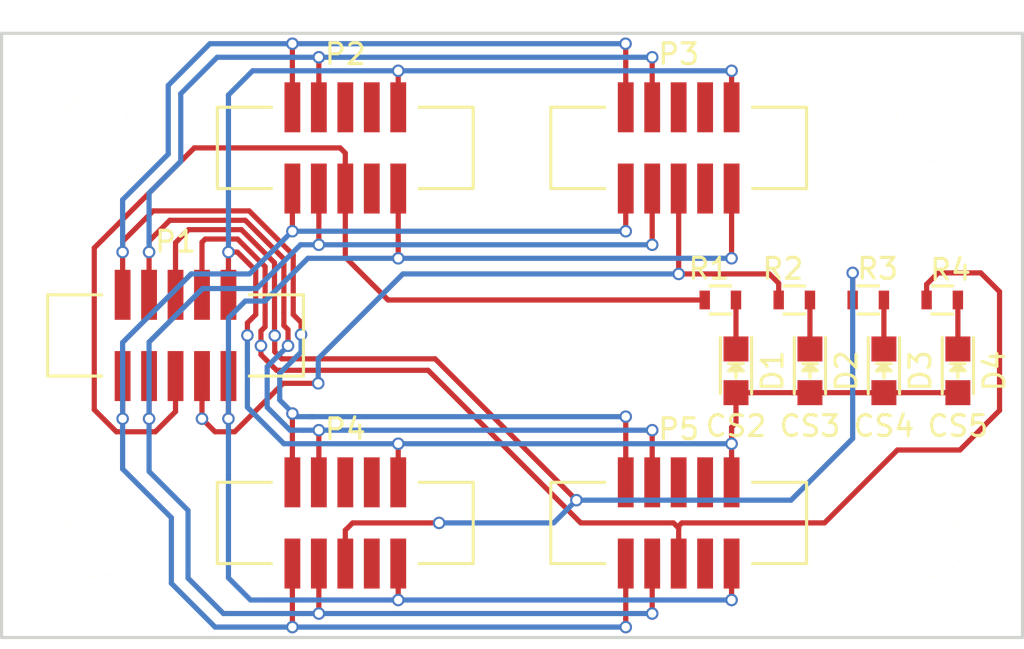
<source format=kicad_pcb>
(kicad_pcb (version 4) (host pcbnew 4.0.2-stable)

  (general
    (links 40)
    (no_connects 0)
    (area 123.424999 83.625 172.575001 115.175)
    (thickness 1.6)
    (drawings 8)
    (tracks 250)
    (zones 0)
    (modules 17)
    (nets 27)
  )

  (page A4)
  (title_block
    (title "SBV2-EB: Extension Board Name (File-> Page Settings)")
    (rev 1.0)
    (company Smoothieware.org)
  )

  (layers
    (0 F.Cu signal)
    (31 B.Cu signal)
    (32 B.Adhes user)
    (33 F.Adhes user)
    (34 B.Paste user)
    (35 F.Paste user)
    (36 B.SilkS user)
    (37 F.SilkS user)
    (38 B.Mask user)
    (39 F.Mask user)
    (40 Dwgs.User user)
    (41 Cmts.User user)
    (42 Eco1.User user)
    (43 Eco2.User user)
    (44 Edge.Cuts user)
    (45 Margin user)
    (46 B.CrtYd user)
    (47 F.CrtYd user)
    (48 B.Fab user)
    (49 F.Fab user)
  )

  (setup
    (last_trace_width 0.25)
    (trace_clearance 0.2)
    (zone_clearance 0.508)
    (zone_45_only no)
    (trace_min 0.2)
    (segment_width 0.2)
    (edge_width 0.15)
    (via_size 0.6)
    (via_drill 0.4)
    (via_min_size 0.4)
    (via_min_drill 0.3)
    (uvia_size 0.3)
    (uvia_drill 0.1)
    (uvias_allowed no)
    (uvia_min_size 0.2)
    (uvia_min_drill 0.1)
    (pcb_text_width 0.3)
    (pcb_text_size 1.5 1.5)
    (mod_edge_width 0.15)
    (mod_text_size 1 1)
    (mod_text_width 0.15)
    (pad_size 1.19888 1.19888)
    (pad_drill 0)
    (pad_to_mask_clearance 0.2)
    (aux_axis_origin 135 115)
    (visible_elements 7FFFFF7F)
    (pcbplotparams
      (layerselection 0x010f0_80000001)
      (usegerberextensions true)
      (excludeedgelayer true)
      (linewidth 0.100000)
      (plotframeref false)
      (viasonmask false)
      (mode 1)
      (useauxorigin true)
      (hpglpennumber 1)
      (hpglpenspeed 20)
      (hpglpendiameter 15)
      (hpglpenoverlay 2)
      (psnegative false)
      (psa4output false)
      (plotreference true)
      (plotvalue true)
      (plotinvisibletext false)
      (padsonsilk false)
      (subtractmaskfromsilk false)
      (outputformat 1)
      (mirror false)
      (drillshape 0)
      (scaleselection 1)
      (outputdirectory Gerbers/))
  )

  (net 0 "")
  (net 1 +3V3)
  (net 2 +5V)
  (net 3 /CS3)
  (net 4 /CS2)
  (net 5 /MOSI)
  (net 6 /MISO)
  (net 7 /SCK)
  (net 8 GND)
  (net 9 "Net-(P2-Pad3)")
  (net 10 "Net-(P2-Pad4)")
  (net 11 "Net-(P2-Pad5)")
  (net 12 "Net-(P3-Pad3)")
  (net 13 "Net-(P3-Pad4)")
  (net 14 "Net-(P3-Pad5)")
  (net 15 "Net-(P4-Pad3)")
  (net 16 "Net-(P4-Pad4)")
  (net 17 "Net-(P4-Pad5)")
  (net 18 "Net-(P5-Pad3)")
  (net 19 "Net-(P5-Pad4)")
  (net 20 "Net-(P5-Pad5)")
  (net 21 /CS4)
  (net 22 /CS5)
  (net 23 "Net-(D1-Pad1)")
  (net 24 "Net-(D2-Pad1)")
  (net 25 "Net-(D3-Pad1)")
  (net 26 "Net-(D4-Pad1)")

  (net_class Default "This is the default net class."
    (clearance 0.2)
    (trace_width 0.25)
    (via_dia 0.6)
    (via_drill 0.4)
    (uvia_dia 0.3)
    (uvia_drill 0.1)
    (add_net +3V3)
    (add_net +5V)
    (add_net /CS2)
    (add_net /CS3)
    (add_net /CS4)
    (add_net /CS5)
    (add_net /MISO)
    (add_net /MOSI)
    (add_net /SCK)
    (add_net GND)
    (add_net "Net-(D1-Pad1)")
    (add_net "Net-(D2-Pad1)")
    (add_net "Net-(D3-Pad1)")
    (add_net "Net-(D4-Pad1)")
    (add_net "Net-(P2-Pad3)")
    (add_net "Net-(P2-Pad4)")
    (add_net "Net-(P2-Pad5)")
    (add_net "Net-(P3-Pad3)")
    (add_net "Net-(P3-Pad4)")
    (add_net "Net-(P3-Pad5)")
    (add_net "Net-(P4-Pad3)")
    (add_net "Net-(P4-Pad4)")
    (add_net "Net-(P4-Pad5)")
    (add_net "Net-(P5-Pad3)")
    (add_net "Net-(P5-Pad4)")
    (add_net "Net-(P5-Pad5)")
  )

  (module Gadgeteer:Gadgeteer_Socket (layer F.Cu) (tedit 5755B3A7) (tstamp 5746A582)
    (at 131.85112 100 270)
    (path /5742BF24)
    (fp_text reference P1 (at -4.5 0 360) (layer F.SilkS)
      (effects (font (size 1 1) (thickness 0.15)))
    )
    (fp_text value Smoothie-teer-S (at -6.25 0 360) (layer F.Fab)
      (effects (font (size 1 1) (thickness 0.15)))
    )
    (fp_line (start 1.95182 6.14112) (end 1.95182 3.54112) (layer F.SilkS) (width 0.15))
    (fp_line (start -1.94818 6.14112) (end 1.95182 6.14112) (layer F.SilkS) (width 0.15))
    (fp_line (start -1.94818 3.54112) (end -1.94818 6.14112) (layer F.SilkS) (width 0.15))
    (fp_line (start 1.95182 -6.13888) (end 1.95182 -3.53888) (layer F.SilkS) (width 0.15))
    (fp_line (start -1.94818 -6.13888) (end 1.95182 -6.13888) (layer F.SilkS) (width 0.15))
    (fp_line (start -1.94818 -3.53888) (end -1.94818 -6.13888) (layer F.SilkS) (width 0.15))
    (pad 1 smd rect (at -1.94818 -2.53888 270) (size 2.4 0.76) (layers F.Cu F.Paste F.Mask)
      (net 1 +3V3))
    (pad 2 smd rect (at 1.95182 -2.53888 270) (size 2.4 0.76) (layers F.Cu F.Paste F.Mask)
      (net 2 +5V))
    (pad 3 smd rect (at -1.94818 -1.26888 270) (size 2.4 0.76) (layers F.Cu F.Paste F.Mask)
      (net 22 /CS5))
    (pad 4 smd rect (at 1.95182 -1.26888 270) (size 2.4 0.76) (layers F.Cu F.Paste F.Mask)
      (net 3 /CS3))
    (pad 5 smd rect (at -1.94818 0.00112 270) (size 2.4 0.76) (layers F.Cu F.Paste F.Mask)
      (net 21 /CS4))
    (pad 6 smd rect (at 1.95182 0.00112 270) (size 2.4 0.76) (layers F.Cu F.Paste F.Mask)
      (net 4 /CS2))
    (pad 7 smd rect (at -1.94818 1.27112 270) (size 2.4 0.76) (layers F.Cu F.Paste F.Mask)
      (net 5 /MOSI))
    (pad 8 smd rect (at 1.95182 1.27112 270) (size 2.4 0.76) (layers F.Cu F.Paste F.Mask)
      (net 6 /MISO))
    (pad 9 smd rect (at -1.94818 2.54112 270) (size 2.4 0.76) (layers F.Cu F.Paste F.Mask)
      (net 7 /SCK))
    (pad 10 smd rect (at 1.95182 2.54112 270) (size 2.4 0.76) (layers F.Cu F.Paste F.Mask)
      (net 8 GND))
    (model "C:/Users/nicho/Documents/GitHub/Smoothieboard2/extensions/SPI Hub/Gadgeteer.pretty/Gadgeteer Socket v1.wrl"
      (at (xyz 0 0 0.015))
      (scale (xyz 0.385 0.385 0.385))
      (rotate (xyz -90 0 0))
    )
  )

  (module Mounting_Holes:MountingHole_3.2mm_M3 (layer F.Cu) (tedit 5759A184) (tstamp 57242D5A)
    (at 128 110)
    (descr "Mounting Hole 3.2mm, no annular, M3")
    (tags "mounting hole 3.2mm no annular m3")
    (path /57224F8F)
    (fp_text reference M1 (at 0 -4.2) (layer F.SilkS) hide
      (effects (font (size 1 1) (thickness 0.15)))
    )
    (fp_text value MH_M3 (at 0 4.2) (layer F.Fab)
      (effects (font (size 1 1) (thickness 0.15)))
    )
    (fp_circle (center 0 0) (end 3.2 0) (layer Cmts.User) (width 0.15))
    (fp_circle (center 0 0) (end 3.45 0) (layer F.CrtYd) (width 0.05))
    (pad 1 np_thru_hole circle (at 0 0) (size 3.2 3.2) (drill 3.2) (layers *.Cu *.Mask F.SilkS))
  )

  (module Mounting_Holes:MountingHole_3.2mm_M3 (layer F.Cu) (tedit 5759A188) (tstamp 57242D60)
    (at 168 110)
    (descr "Mounting Hole 3.2mm, no annular, M3")
    (tags "mounting hole 3.2mm no annular m3")
    (path /5723E53D)
    (fp_text reference M2 (at 0 -4.2) (layer F.SilkS) hide
      (effects (font (size 1 1) (thickness 0.15)))
    )
    (fp_text value MH_M3 (at 0 4.2) (layer F.Fab)
      (effects (font (size 1 1) (thickness 0.15)))
    )
    (fp_circle (center 0 0) (end 3.2 0) (layer Cmts.User) (width 0.15))
    (fp_circle (center 0 0) (end 3.45 0) (layer F.CrtYd) (width 0.05))
    (pad 1 np_thru_hole circle (at 0 0) (size 3.2 3.2) (drill 3.2) (layers *.Cu *.Mask F.SilkS))
  )

  (module Mounting_Holes:MountingHole_3.2mm_M3 (layer F.Cu) (tedit 5759A180) (tstamp 57242D66)
    (at 128 90)
    (descr "Mounting Hole 3.2mm, no annular, M3")
    (tags "mounting hole 3.2mm no annular m3")
    (path /5723E54E)
    (fp_text reference M3 (at -2.95 3.7) (layer F.SilkS) hide
      (effects (font (size 1 1) (thickness 0.15)))
    )
    (fp_text value MH_M3 (at 0 4.2) (layer F.Fab)
      (effects (font (size 1 1) (thickness 0.15)))
    )
    (fp_circle (center 0 0) (end 3.2 0) (layer Cmts.User) (width 0.15))
    (fp_circle (center 0 0) (end 3.45 0) (layer F.CrtYd) (width 0.05))
    (pad 1 np_thru_hole circle (at 0 0) (size 3.2 3.2) (drill 3.2) (layers *.Cu *.Mask F.SilkS))
  )

  (module Mounting_Holes:MountingHole_3.2mm_M3 (layer F.Cu) (tedit 5759A18E) (tstamp 57242D6C)
    (at 168 90)
    (descr "Mounting Hole 3.2mm, no annular, M3")
    (tags "mounting hole 3.2mm no annular m3")
    (path /5723E55F)
    (fp_text reference M4 (at 0 -4.2) (layer F.SilkS) hide
      (effects (font (size 1 1) (thickness 0.15)))
    )
    (fp_text value MH_M3 (at 0 4.2) (layer F.Fab)
      (effects (font (size 1 1) (thickness 0.15)))
    )
    (fp_circle (center 0 0) (end 3.2 0) (layer Cmts.User) (width 0.15))
    (fp_circle (center 0 0) (end 3.45 0) (layer F.CrtYd) (width 0.05))
    (pad 1 np_thru_hole circle (at 0 0) (size 3.2 3.2) (drill 3.2) (layers *.Cu *.Mask F.SilkS))
  )

  (module LEDs:LED_0805 (layer F.Cu) (tedit 575A6830) (tstamp 5746A535)
    (at 158.75 101.7 270)
    (descr "LED 0805 smd package")
    (tags "LED 0805 SMD")
    (path /57434D8E)
    (attr smd)
    (fp_text reference D1 (at 0 -1.75 270) (layer F.SilkS)
      (effects (font (size 1 1) (thickness 0.15)))
    )
    (fp_text value LED (at 0 1.75 270) (layer F.Fab)
      (effects (font (size 1 1) (thickness 0.15)))
    )
    (fp_line (start -1.6 0.75) (end 1.1 0.75) (layer F.SilkS) (width 0.15))
    (fp_line (start -1.6 -0.75) (end 1.1 -0.75) (layer F.SilkS) (width 0.15))
    (fp_line (start -0.1 0.15) (end -0.1 -0.1) (layer F.SilkS) (width 0.15))
    (fp_line (start -0.1 -0.1) (end -0.25 0.05) (layer F.SilkS) (width 0.15))
    (fp_line (start -0.35 -0.35) (end -0.35 0.35) (layer F.SilkS) (width 0.15))
    (fp_line (start 0 0) (end 0.35 0) (layer F.SilkS) (width 0.15))
    (fp_line (start -0.35 0) (end 0 -0.35) (layer F.SilkS) (width 0.15))
    (fp_line (start 0 -0.35) (end 0 0.35) (layer F.SilkS) (width 0.15))
    (fp_line (start 0 0.35) (end -0.35 0) (layer F.SilkS) (width 0.15))
    (fp_line (start 1.9 -0.95) (end 1.9 0.95) (layer F.CrtYd) (width 0.05))
    (fp_line (start 1.9 0.95) (end -1.9 0.95) (layer F.CrtYd) (width 0.05))
    (fp_line (start -1.9 0.95) (end -1.9 -0.95) (layer F.CrtYd) (width 0.05))
    (fp_line (start -1.9 -0.95) (end 1.9 -0.95) (layer F.CrtYd) (width 0.05))
    (pad 2 smd rect (at 1.04902 0 90) (size 1.19888 1.19888) (layers F.Cu F.Paste F.Mask)
      (net 1 +3V3))
    (pad 1 smd rect (at -1.04902 0 90) (size 1.19888 1.19888) (layers F.Cu F.Paste F.Mask)
      (net 23 "Net-(D1-Pad1)"))
    (model LEDs.3dshapes/LED_0805.wrl
      (at (xyz 0 0 0))
      (scale (xyz 1 1 1))
      (rotate (xyz 0 0 0))
    )
  )

  (module LEDs:LED_0805 (layer F.Cu) (tedit 575A683C) (tstamp 5746A548)
    (at 162.3 101.7 270)
    (descr "LED 0805 smd package")
    (tags "LED 0805 SMD")
    (path /57447B76)
    (attr smd)
    (fp_text reference D2 (at 0 -1.75 270) (layer F.SilkS)
      (effects (font (size 1 1) (thickness 0.15)))
    )
    (fp_text value LED (at 0 1.75 270) (layer F.Fab)
      (effects (font (size 1 1) (thickness 0.15)))
    )
    (fp_line (start -1.6 0.75) (end 1.1 0.75) (layer F.SilkS) (width 0.15))
    (fp_line (start -1.6 -0.75) (end 1.1 -0.75) (layer F.SilkS) (width 0.15))
    (fp_line (start -0.1 0.15) (end -0.1 -0.1) (layer F.SilkS) (width 0.15))
    (fp_line (start -0.1 -0.1) (end -0.25 0.05) (layer F.SilkS) (width 0.15))
    (fp_line (start -0.35 -0.35) (end -0.35 0.35) (layer F.SilkS) (width 0.15))
    (fp_line (start 0 0) (end 0.35 0) (layer F.SilkS) (width 0.15))
    (fp_line (start -0.35 0) (end 0 -0.35) (layer F.SilkS) (width 0.15))
    (fp_line (start 0 -0.35) (end 0 0.35) (layer F.SilkS) (width 0.15))
    (fp_line (start 0 0.35) (end -0.35 0) (layer F.SilkS) (width 0.15))
    (fp_line (start 1.9 -0.95) (end 1.9 0.95) (layer F.CrtYd) (width 0.05))
    (fp_line (start 1.9 0.95) (end -1.9 0.95) (layer F.CrtYd) (width 0.05))
    (fp_line (start -1.9 0.95) (end -1.9 -0.95) (layer F.CrtYd) (width 0.05))
    (fp_line (start -1.9 -0.95) (end 1.9 -0.95) (layer F.CrtYd) (width 0.05))
    (pad 2 smd rect (at 1.04902 0 90) (size 1.19888 1.19888) (layers F.Cu F.Paste F.Mask)
      (net 1 +3V3))
    (pad 1 smd rect (at -1.04902 0 90) (size 1.19888 1.19888) (layers F.Cu F.Paste F.Mask)
      (net 24 "Net-(D2-Pad1)"))
    (model LEDs.3dshapes/LED_0805.wrl
      (at (xyz 0 0 0))
      (scale (xyz 1 1 1))
      (rotate (xyz 0 0 0))
    )
  )

  (module LEDs:LED_0805 (layer F.Cu) (tedit 575A6848) (tstamp 5746A55B)
    (at 165.85 101.7 270)
    (descr "LED 0805 smd package")
    (tags "LED 0805 SMD")
    (path /57447BCE)
    (attr smd)
    (fp_text reference D3 (at 0 -1.75 270) (layer F.SilkS)
      (effects (font (size 1 1) (thickness 0.15)))
    )
    (fp_text value LED (at 0 1.75 270) (layer F.Fab)
      (effects (font (size 1 1) (thickness 0.15)))
    )
    (fp_line (start -1.6 0.75) (end 1.1 0.75) (layer F.SilkS) (width 0.15))
    (fp_line (start -1.6 -0.75) (end 1.1 -0.75) (layer F.SilkS) (width 0.15))
    (fp_line (start -0.1 0.15) (end -0.1 -0.1) (layer F.SilkS) (width 0.15))
    (fp_line (start -0.1 -0.1) (end -0.25 0.05) (layer F.SilkS) (width 0.15))
    (fp_line (start -0.35 -0.35) (end -0.35 0.35) (layer F.SilkS) (width 0.15))
    (fp_line (start 0 0) (end 0.35 0) (layer F.SilkS) (width 0.15))
    (fp_line (start -0.35 0) (end 0 -0.35) (layer F.SilkS) (width 0.15))
    (fp_line (start 0 -0.35) (end 0 0.35) (layer F.SilkS) (width 0.15))
    (fp_line (start 0 0.35) (end -0.35 0) (layer F.SilkS) (width 0.15))
    (fp_line (start 1.9 -0.95) (end 1.9 0.95) (layer F.CrtYd) (width 0.05))
    (fp_line (start 1.9 0.95) (end -1.9 0.95) (layer F.CrtYd) (width 0.05))
    (fp_line (start -1.9 0.95) (end -1.9 -0.95) (layer F.CrtYd) (width 0.05))
    (fp_line (start -1.9 -0.95) (end 1.9 -0.95) (layer F.CrtYd) (width 0.05))
    (pad 2 smd rect (at 1.04902 0 90) (size 1.19888 1.19888) (layers F.Cu F.Paste F.Mask)
      (net 1 +3V3))
    (pad 1 smd rect (at -1.04902 0 90) (size 1.19888 1.19888) (layers F.Cu F.Paste F.Mask)
      (net 25 "Net-(D3-Pad1)"))
    (model LEDs.3dshapes/LED_0805.wrl
      (at (xyz 0 0 0))
      (scale (xyz 1 1 1))
      (rotate (xyz 0 0 0))
    )
  )

  (module LEDs:LED_0805 (layer F.Cu) (tedit 575A685E) (tstamp 5746A56E)
    (at 169.4 101.7 270)
    (descr "LED 0805 smd package")
    (tags "LED 0805 SMD")
    (path /57447C12)
    (attr smd)
    (fp_text reference D4 (at 0 -1.75 270) (layer F.SilkS)
      (effects (font (size 1 1) (thickness 0.15)))
    )
    (fp_text value LED (at 0 1.75 270) (layer F.Fab)
      (effects (font (size 1 1) (thickness 0.15)))
    )
    (fp_line (start -1.6 0.75) (end 1.1 0.75) (layer F.SilkS) (width 0.15))
    (fp_line (start -1.6 -0.75) (end 1.1 -0.75) (layer F.SilkS) (width 0.15))
    (fp_line (start -0.1 0.15) (end -0.1 -0.1) (layer F.SilkS) (width 0.15))
    (fp_line (start -0.1 -0.1) (end -0.25 0.05) (layer F.SilkS) (width 0.15))
    (fp_line (start -0.35 -0.35) (end -0.35 0.35) (layer F.SilkS) (width 0.15))
    (fp_line (start 0 0) (end 0.35 0) (layer F.SilkS) (width 0.15))
    (fp_line (start -0.35 0) (end 0 -0.35) (layer F.SilkS) (width 0.15))
    (fp_line (start 0 -0.35) (end 0 0.35) (layer F.SilkS) (width 0.15))
    (fp_line (start 0 0.35) (end -0.35 0) (layer F.SilkS) (width 0.15))
    (fp_line (start 1.9 -0.95) (end 1.9 0.95) (layer F.CrtYd) (width 0.05))
    (fp_line (start 1.9 0.95) (end -1.9 0.95) (layer F.CrtYd) (width 0.05))
    (fp_line (start -1.9 0.95) (end -1.9 -0.95) (layer F.CrtYd) (width 0.05))
    (fp_line (start -1.9 -0.95) (end 1.9 -0.95) (layer F.CrtYd) (width 0.05))
    (pad 2 smd rect (at 1.04902 0 90) (size 1.19888 1.19888) (layers F.Cu F.Paste F.Mask)
      (net 1 +3V3))
    (pad 1 smd rect (at -1.04902 0 90) (size 1.19888 1.19888) (layers F.Cu F.Paste F.Mask)
      (net 26 "Net-(D4-Pad1)"))
    (model LEDs.3dshapes/LED_0805.wrl
      (at (xyz 0 0 0))
      (scale (xyz 1 1 1))
      (rotate (xyz 0 0 0))
    )
  )

  (module Resistors_SMD:R_0603 (layer F.Cu) (tedit 5415CC62) (tstamp 5746A5DE)
    (at 158 98.3 180)
    (descr "Resistor SMD 0603, reflow soldering, Vishay (see dcrcw.pdf)")
    (tags "resistor 0603")
    (path /5743529C)
    (attr smd)
    (fp_text reference R1 (at 0.55 1.5 180) (layer F.SilkS)
      (effects (font (size 1 1) (thickness 0.15)))
    )
    (fp_text value 200R (at 0 1.9 180) (layer F.Fab)
      (effects (font (size 1 1) (thickness 0.15)))
    )
    (fp_line (start -1.3 -0.8) (end 1.3 -0.8) (layer F.CrtYd) (width 0.05))
    (fp_line (start -1.3 0.8) (end 1.3 0.8) (layer F.CrtYd) (width 0.05))
    (fp_line (start -1.3 -0.8) (end -1.3 0.8) (layer F.CrtYd) (width 0.05))
    (fp_line (start 1.3 -0.8) (end 1.3 0.8) (layer F.CrtYd) (width 0.05))
    (fp_line (start 0.5 0.675) (end -0.5 0.675) (layer F.SilkS) (width 0.15))
    (fp_line (start -0.5 -0.675) (end 0.5 -0.675) (layer F.SilkS) (width 0.15))
    (pad 1 smd rect (at -0.75 0 180) (size 0.5 0.9) (layers F.Cu F.Paste F.Mask)
      (net 23 "Net-(D1-Pad1)"))
    (pad 2 smd rect (at 0.75 0 180) (size 0.5 0.9) (layers F.Cu F.Paste F.Mask)
      (net 4 /CS2))
    (model Resistors_SMD.3dshapes/R_0603.wrl
      (at (xyz 0 0 0))
      (scale (xyz 1 1 1))
      (rotate (xyz 0 0 0))
    )
  )

  (module Resistors_SMD:R_0603 (layer F.Cu) (tedit 5415CC62) (tstamp 5746A5EA)
    (at 161.55 98.3 180)
    (descr "Resistor SMD 0603, reflow soldering, Vishay (see dcrcw.pdf)")
    (tags "resistor 0603")
    (path /574482E0)
    (attr smd)
    (fp_text reference R2 (at 0.55 1.5 180) (layer F.SilkS)
      (effects (font (size 1 1) (thickness 0.15)))
    )
    (fp_text value 200R (at 0 1.9 180) (layer F.Fab)
      (effects (font (size 1 1) (thickness 0.15)))
    )
    (fp_line (start -1.3 -0.8) (end 1.3 -0.8) (layer F.CrtYd) (width 0.05))
    (fp_line (start -1.3 0.8) (end 1.3 0.8) (layer F.CrtYd) (width 0.05))
    (fp_line (start -1.3 -0.8) (end -1.3 0.8) (layer F.CrtYd) (width 0.05))
    (fp_line (start 1.3 -0.8) (end 1.3 0.8) (layer F.CrtYd) (width 0.05))
    (fp_line (start 0.5 0.675) (end -0.5 0.675) (layer F.SilkS) (width 0.15))
    (fp_line (start -0.5 -0.675) (end 0.5 -0.675) (layer F.SilkS) (width 0.15))
    (pad 1 smd rect (at -0.75 0 180) (size 0.5 0.9) (layers F.Cu F.Paste F.Mask)
      (net 24 "Net-(D2-Pad1)"))
    (pad 2 smd rect (at 0.75 0 180) (size 0.5 0.9) (layers F.Cu F.Paste F.Mask)
      (net 3 /CS3))
    (model Resistors_SMD.3dshapes/R_0603.wrl
      (at (xyz 0 0 0))
      (scale (xyz 1 1 1))
      (rotate (xyz 0 0 0))
    )
  )

  (module Resistors_SMD:R_0603 (layer F.Cu) (tedit 5415CC62) (tstamp 5746A5F6)
    (at 165.1 98.3 180)
    (descr "Resistor SMD 0603, reflow soldering, Vishay (see dcrcw.pdf)")
    (tags "resistor 0603")
    (path /57448324)
    (attr smd)
    (fp_text reference R3 (at -0.45 1.5 180) (layer F.SilkS)
      (effects (font (size 1 1) (thickness 0.15)))
    )
    (fp_text value 200R (at 0 1.9 180) (layer F.Fab)
      (effects (font (size 1 1) (thickness 0.15)))
    )
    (fp_line (start -1.3 -0.8) (end 1.3 -0.8) (layer F.CrtYd) (width 0.05))
    (fp_line (start -1.3 0.8) (end 1.3 0.8) (layer F.CrtYd) (width 0.05))
    (fp_line (start -1.3 -0.8) (end -1.3 0.8) (layer F.CrtYd) (width 0.05))
    (fp_line (start 1.3 -0.8) (end 1.3 0.8) (layer F.CrtYd) (width 0.05))
    (fp_line (start 0.5 0.675) (end -0.5 0.675) (layer F.SilkS) (width 0.15))
    (fp_line (start -0.5 -0.675) (end 0.5 -0.675) (layer F.SilkS) (width 0.15))
    (pad 1 smd rect (at -0.75 0 180) (size 0.5 0.9) (layers F.Cu F.Paste F.Mask)
      (net 25 "Net-(D3-Pad1)"))
    (pad 2 smd rect (at 0.75 0 180) (size 0.5 0.9) (layers F.Cu F.Paste F.Mask)
      (net 21 /CS4))
    (model Resistors_SMD.3dshapes/R_0603.wrl
      (at (xyz 0 0 0))
      (scale (xyz 1 1 1))
      (rotate (xyz 0 0 0))
    )
  )

  (module Resistors_SMD:R_0603 (layer F.Cu) (tedit 5415CC62) (tstamp 5746A602)
    (at 168.65 98.3 180)
    (descr "Resistor SMD 0603, reflow soldering, Vishay (see dcrcw.pdf)")
    (tags "resistor 0603")
    (path /5744835E)
    (attr smd)
    (fp_text reference R4 (at -0.4 1.45 180) (layer F.SilkS)
      (effects (font (size 1 1) (thickness 0.15)))
    )
    (fp_text value 200R (at 0 1.9 180) (layer F.Fab)
      (effects (font (size 1 1) (thickness 0.15)))
    )
    (fp_line (start -1.3 -0.8) (end 1.3 -0.8) (layer F.CrtYd) (width 0.05))
    (fp_line (start -1.3 0.8) (end 1.3 0.8) (layer F.CrtYd) (width 0.05))
    (fp_line (start -1.3 -0.8) (end -1.3 0.8) (layer F.CrtYd) (width 0.05))
    (fp_line (start 1.3 -0.8) (end 1.3 0.8) (layer F.CrtYd) (width 0.05))
    (fp_line (start 0.5 0.675) (end -0.5 0.675) (layer F.SilkS) (width 0.15))
    (fp_line (start -0.5 -0.675) (end 0.5 -0.675) (layer F.SilkS) (width 0.15))
    (pad 1 smd rect (at -0.75 0 180) (size 0.5 0.9) (layers F.Cu F.Paste F.Mask)
      (net 26 "Net-(D4-Pad1)"))
    (pad 2 smd rect (at 0.75 0 180) (size 0.5 0.9) (layers F.Cu F.Paste F.Mask)
      (net 22 /CS5))
    (model Resistors_SMD.3dshapes/R_0603.wrl
      (at (xyz 0 0 0))
      (scale (xyz 1 1 1))
      (rotate (xyz 0 0 0))
    )
  )

  (module Gadgeteer:Gadgeteer_Socket (layer F.Cu) (tedit 5759142B) (tstamp 5746A5D2)
    (at 156 109 270)
    (path /5746A16A)
    (fp_text reference P5 (at -4.5 0 360) (layer F.SilkS)
      (effects (font (size 1 1) (thickness 0.15)))
    )
    (fp_text value Smoothie-teer-S (at -6.25 0 360) (layer F.Fab)
      (effects (font (size 1 1) (thickness 0.15)))
    )
    (fp_line (start 1.95182 6.14112) (end 1.95182 3.54112) (layer F.SilkS) (width 0.15))
    (fp_line (start -1.94818 6.14112) (end 1.95182 6.14112) (layer F.SilkS) (width 0.15))
    (fp_line (start -1.94818 3.54112) (end -1.94818 6.14112) (layer F.SilkS) (width 0.15))
    (fp_line (start 1.95182 -6.13888) (end 1.95182 -3.53888) (layer F.SilkS) (width 0.15))
    (fp_line (start -1.94818 -6.13888) (end 1.95182 -6.13888) (layer F.SilkS) (width 0.15))
    (fp_line (start -1.94818 -3.53888) (end -1.94818 -6.13888) (layer F.SilkS) (width 0.15))
    (pad 1 smd rect (at -1.94818 -2.53888 270) (size 2.4 0.76) (layers F.Cu F.Paste F.Mask)
      (net 1 +3V3))
    (pad 2 smd rect (at 1.95182 -2.53888 270) (size 2.4 0.76) (layers F.Cu F.Paste F.Mask)
      (net 2 +5V))
    (pad 3 smd rect (at -1.94818 -1.26888 270) (size 2.4 0.76) (layers F.Cu F.Paste F.Mask)
      (net 18 "Net-(P5-Pad3)"))
    (pad 4 smd rect (at 1.95182 -1.26888 270) (size 2.4 0.76) (layers F.Cu F.Paste F.Mask)
      (net 19 "Net-(P5-Pad4)"))
    (pad 5 smd rect (at -1.94818 0.00112 270) (size 2.4 0.76) (layers F.Cu F.Paste F.Mask)
      (net 20 "Net-(P5-Pad5)"))
    (pad 6 smd rect (at 1.95182 0.00112 270) (size 2.4 0.76) (layers F.Cu F.Paste F.Mask)
      (net 22 /CS5))
    (pad 7 smd rect (at -1.94818 1.27112 270) (size 2.4 0.76) (layers F.Cu F.Paste F.Mask)
      (net 5 /MOSI))
    (pad 8 smd rect (at 1.95182 1.27112 270) (size 2.4 0.76) (layers F.Cu F.Paste F.Mask)
      (net 6 /MISO))
    (pad 9 smd rect (at -1.94818 2.54112 270) (size 2.4 0.76) (layers F.Cu F.Paste F.Mask)
      (net 7 /SCK))
    (pad 10 smd rect (at 1.95182 2.54112 270) (size 2.4 0.76) (layers F.Cu F.Paste F.Mask)
      (net 8 GND))
    (model "C:/Users/nicho/Documents/GitHub/Smoothieboard2/extensions/SPI Hub/Gadgeteer.pretty/Gadgeteer Socket v1.wrl"
      (at (xyz 0 0 0.015))
      (scale (xyz 0.385 0.385 0.385))
      (rotate (xyz -90 0 0))
    )
  )

  (module Gadgeteer:Gadgeteer_Socket (layer F.Cu) (tedit 5759140F) (tstamp 5746A5BE)
    (at 140 109 270)
    (path /5746A116)
    (fp_text reference P4 (at -4.5 0 360) (layer F.SilkS)
      (effects (font (size 1 1) (thickness 0.15)))
    )
    (fp_text value Smoothie-teer-S (at -6.25 0 360) (layer F.Fab)
      (effects (font (size 1 1) (thickness 0.15)))
    )
    (fp_line (start 1.95182 6.14112) (end 1.95182 3.54112) (layer F.SilkS) (width 0.15))
    (fp_line (start -1.94818 6.14112) (end 1.95182 6.14112) (layer F.SilkS) (width 0.15))
    (fp_line (start -1.94818 3.54112) (end -1.94818 6.14112) (layer F.SilkS) (width 0.15))
    (fp_line (start 1.95182 -6.13888) (end 1.95182 -3.53888) (layer F.SilkS) (width 0.15))
    (fp_line (start -1.94818 -6.13888) (end 1.95182 -6.13888) (layer F.SilkS) (width 0.15))
    (fp_line (start -1.94818 -3.53888) (end -1.94818 -6.13888) (layer F.SilkS) (width 0.15))
    (pad 1 smd rect (at -1.94818 -2.53888 270) (size 2.4 0.76) (layers F.Cu F.Paste F.Mask)
      (net 1 +3V3))
    (pad 2 smd rect (at 1.95182 -2.53888 270) (size 2.4 0.76) (layers F.Cu F.Paste F.Mask)
      (net 2 +5V))
    (pad 3 smd rect (at -1.94818 -1.26888 270) (size 2.4 0.76) (layers F.Cu F.Paste F.Mask)
      (net 15 "Net-(P4-Pad3)"))
    (pad 4 smd rect (at 1.95182 -1.26888 270) (size 2.4 0.76) (layers F.Cu F.Paste F.Mask)
      (net 16 "Net-(P4-Pad4)"))
    (pad 5 smd rect (at -1.94818 0.00112 270) (size 2.4 0.76) (layers F.Cu F.Paste F.Mask)
      (net 17 "Net-(P4-Pad5)"))
    (pad 6 smd rect (at 1.95182 0.00112 270) (size 2.4 0.76) (layers F.Cu F.Paste F.Mask)
      (net 21 /CS4))
    (pad 7 smd rect (at -1.94818 1.27112 270) (size 2.4 0.76) (layers F.Cu F.Paste F.Mask)
      (net 5 /MOSI))
    (pad 8 smd rect (at 1.95182 1.27112 270) (size 2.4 0.76) (layers F.Cu F.Paste F.Mask)
      (net 6 /MISO))
    (pad 9 smd rect (at -1.94818 2.54112 270) (size 2.4 0.76) (layers F.Cu F.Paste F.Mask)
      (net 7 /SCK))
    (pad 10 smd rect (at 1.95182 2.54112 270) (size 2.4 0.76) (layers F.Cu F.Paste F.Mask)
      (net 8 GND))
    (model "C:/Users/nicho/Documents/GitHub/Smoothieboard2/extensions/SPI Hub/Gadgeteer.pretty/Gadgeteer Socket v1.wrl"
      (at (xyz 0 0 0.015))
      (scale (xyz 0.385 0.385 0.385))
      (rotate (xyz -90 0 0))
    )
  )

  (module Gadgeteer:Gadgeteer_Socket (layer F.Cu) (tedit 57591633) (tstamp 5746A5AA)
    (at 156 91 270)
    (path /5746A06C)
    (fp_text reference P3 (at -4.5 0 360) (layer F.SilkS)
      (effects (font (size 1 1) (thickness 0.15)))
    )
    (fp_text value Smoothie-teer-S (at -6.25 0 360) (layer F.Fab)
      (effects (font (size 1 1) (thickness 0.15)))
    )
    (fp_line (start 1.95182 6.14112) (end 1.95182 3.54112) (layer F.SilkS) (width 0.15))
    (fp_line (start -1.94818 6.14112) (end 1.95182 6.14112) (layer F.SilkS) (width 0.15))
    (fp_line (start -1.94818 3.54112) (end -1.94818 6.14112) (layer F.SilkS) (width 0.15))
    (fp_line (start 1.95182 -6.13888) (end 1.95182 -3.53888) (layer F.SilkS) (width 0.15))
    (fp_line (start -1.94818 -6.13888) (end 1.95182 -6.13888) (layer F.SilkS) (width 0.15))
    (fp_line (start -1.94818 -3.53888) (end -1.94818 -6.13888) (layer F.SilkS) (width 0.15))
    (pad 1 smd rect (at -1.94818 -2.53888 270) (size 2.4 0.76) (layers F.Cu F.Paste F.Mask)
      (net 1 +3V3))
    (pad 2 smd rect (at 1.95182 -2.53888 270) (size 2.4 0.76) (layers F.Cu F.Paste F.Mask)
      (net 2 +5V))
    (pad 3 smd rect (at -1.94818 -1.26888 270) (size 2.4 0.76) (layers F.Cu F.Paste F.Mask)
      (net 12 "Net-(P3-Pad3)"))
    (pad 4 smd rect (at 1.95182 -1.26888 270) (size 2.4 0.76) (layers F.Cu F.Paste F.Mask)
      (net 13 "Net-(P3-Pad4)"))
    (pad 5 smd rect (at -1.94818 0.00112 270) (size 2.4 0.76) (layers F.Cu F.Paste F.Mask)
      (net 14 "Net-(P3-Pad5)"))
    (pad 6 smd rect (at 1.95182 0.00112 270) (size 2.4 0.76) (layers F.Cu F.Paste F.Mask)
      (net 3 /CS3))
    (pad 7 smd rect (at -1.94818 1.27112 270) (size 2.4 0.76) (layers F.Cu F.Paste F.Mask)
      (net 5 /MOSI))
    (pad 8 smd rect (at 1.95182 1.27112 270) (size 2.4 0.76) (layers F.Cu F.Paste F.Mask)
      (net 6 /MISO))
    (pad 9 smd rect (at -1.94818 2.54112 270) (size 2.4 0.76) (layers F.Cu F.Paste F.Mask)
      (net 7 /SCK))
    (pad 10 smd rect (at 1.95182 2.54112 270) (size 2.4 0.76) (layers F.Cu F.Paste F.Mask)
      (net 8 GND))
    (model "C:/Users/nicho/Documents/GitHub/Smoothieboard2/extensions/SPI Hub/Gadgeteer.pretty/Gadgeteer Socket v1.wrl"
      (at (xyz 0 0 0.015))
      (scale (xyz 0.385 0.385 0.385))
      (rotate (xyz -90 0 0))
    )
  )

  (module Gadgeteer:Gadgeteer_Socket (layer F.Cu) (tedit 57583792) (tstamp 5746A596)
    (at 140 91 270)
    (path /57469FF2)
    (fp_text reference P2 (at -4.5 0 360) (layer F.SilkS)
      (effects (font (size 1 1) (thickness 0.15)))
    )
    (fp_text value Smoothie-teer-S (at -6.25 0 360) (layer F.Fab)
      (effects (font (size 1 1) (thickness 0.15)))
    )
    (fp_line (start 1.95182 6.14112) (end 1.95182 3.54112) (layer F.SilkS) (width 0.15))
    (fp_line (start -1.94818 6.14112) (end 1.95182 6.14112) (layer F.SilkS) (width 0.15))
    (fp_line (start -1.94818 3.54112) (end -1.94818 6.14112) (layer F.SilkS) (width 0.15))
    (fp_line (start 1.95182 -6.13888) (end 1.95182 -3.53888) (layer F.SilkS) (width 0.15))
    (fp_line (start -1.94818 -6.13888) (end 1.95182 -6.13888) (layer F.SilkS) (width 0.15))
    (fp_line (start -1.94818 -3.53888) (end -1.94818 -6.13888) (layer F.SilkS) (width 0.15))
    (pad 1 smd rect (at -1.94818 -2.53888 270) (size 2.4 0.76) (layers F.Cu F.Paste F.Mask)
      (net 1 +3V3))
    (pad 2 smd rect (at 1.95182 -2.53888 270) (size 2.4 0.76) (layers F.Cu F.Paste F.Mask)
      (net 2 +5V))
    (pad 3 smd rect (at -1.94818 -1.26888 270) (size 2.4 0.76) (layers F.Cu F.Paste F.Mask)
      (net 9 "Net-(P2-Pad3)"))
    (pad 4 smd rect (at 1.95182 -1.26888 270) (size 2.4 0.76) (layers F.Cu F.Paste F.Mask)
      (net 10 "Net-(P2-Pad4)"))
    (pad 5 smd rect (at -1.94818 0.00112 270) (size 2.4 0.76) (layers F.Cu F.Paste F.Mask)
      (net 11 "Net-(P2-Pad5)"))
    (pad 6 smd rect (at 1.95182 0.00112 270) (size 2.4 0.76) (layers F.Cu F.Paste F.Mask)
      (net 4 /CS2))
    (pad 7 smd rect (at -1.94818 1.27112 270) (size 2.4 0.76) (layers F.Cu F.Paste F.Mask)
      (net 5 /MOSI))
    (pad 8 smd rect (at 1.95182 1.27112 270) (size 2.4 0.76) (layers F.Cu F.Paste F.Mask)
      (net 6 /MISO))
    (pad 9 smd rect (at -1.94818 2.54112 270) (size 2.4 0.76) (layers F.Cu F.Paste F.Mask)
      (net 7 /SCK))
    (pad 10 smd rect (at 1.95182 2.54112 270) (size 2.4 0.76) (layers F.Cu F.Paste F.Mask)
      (net 8 GND))
    (model "C:/Users/nicho/Documents/GitHub/Smoothieboard2/extensions/SPI Hub/Gadgeteer.pretty/Gadgeteer Socket v1.wrl"
      (at (xyz 0 0 0.015))
      (scale (xyz 0.385 0.385 0.385))
      (rotate (xyz -90 0 0))
    )
  )

  (gr_text CS5 (at 169.4 104.35) (layer F.SilkS)
    (effects (font (size 1 1) (thickness 0.15)))
  )
  (gr_text CS4 (at 165.85 104.35) (layer F.SilkS)
    (effects (font (size 1 1) (thickness 0.15)))
  )
  (gr_text CS3 (at 162.3 104.35) (layer F.SilkS)
    (effects (font (size 1 1) (thickness 0.15)))
  )
  (gr_text CS2 (at 158.75 104.35) (layer F.SilkS)
    (effects (font (size 1 1) (thickness 0.15)))
  )
  (gr_line (start 172.5 114.5) (end 172.5 85.5) (layer Edge.Cuts) (width 0.15))
  (gr_line (start 123.5 114.5) (end 172.5 114.5) (layer Edge.Cuts) (width 0.15))
  (gr_line (start 123.5 114.5) (end 123.5 85.5) (layer Edge.Cuts) (width 0.15))
  (gr_line (start 123.5 85.5) (end 172.5 85.5) (layer Edge.Cuts) (width 0.15))

  (segment (start 158.53888 105.2) (end 158.53888 104.41112) (width 0.25) (layer F.Cu) (net 1))
  (segment (start 158.53888 104.41112) (end 158.75 104.2) (width 0.25) (layer F.Cu) (net 1))
  (segment (start 158.75 104.2) (end 158.75 102.74902) (width 0.25) (layer F.Cu) (net 1))
  (via (at 134.39 96) (size 0.6) (drill 0.4) (layers F.Cu B.Cu) (net 1))
  (via (at 142.53888 105.2) (size 0.6) (drill 0.4) (layers F.Cu B.Cu) (net 1))
  (segment (start 162.3 102.74902) (end 161.45056 102.74902) (width 0.25) (layer F.Cu) (net 1))
  (segment (start 161.45056 102.74902) (end 158.75 102.74902) (width 0.25) (layer F.Cu) (net 1))
  (segment (start 165.85 102.74902) (end 162.3 102.74902) (width 0.25) (layer F.Cu) (net 1))
  (segment (start 169.4 102.74902) (end 168.55056 102.74902) (width 0.25) (layer F.Cu) (net 1))
  (segment (start 168.55056 102.74902) (end 165.85 102.74902) (width 0.25) (layer F.Cu) (net 1))
  (segment (start 158.53888 105.2) (end 158.53888 107.05182) (width 0.25) (layer F.Cu) (net 1))
  (segment (start 142.53888 105.2) (end 142.53888 107.05182) (width 0.25) (layer F.Cu) (net 1))
  (segment (start 134.39 96) (end 134.814264 96) (width 0.25) (layer F.Cu) (net 1))
  (segment (start 158.53888 87.3) (end 158.53888 89.05182) (width 0.25) (layer F.Cu) (net 1))
  (via (at 158.53888 87.3) (size 0.6) (drill 0.4) (layers F.Cu B.Cu) (net 1))
  (segment (start 142.53888 87.3) (end 142.53888 89.05182) (width 0.25) (layer F.Cu) (net 1))
  (segment (start 135.55 87.3) (end 142.55 87.3) (width 0.25) (layer B.Cu) (net 1))
  (segment (start 142.55 87.3) (end 158.55 87.3) (width 0.25) (layer B.Cu) (net 1))
  (via (at 142.53888 87.3) (size 0.6) (drill 0.4) (layers F.Cu B.Cu) (net 1))
  (segment (start 134.39 88.46) (end 135.55 87.3) (width 0.25) (layer B.Cu) (net 1))
  (segment (start 134.39 96) (end 134.39 88.46) (width 0.25) (layer B.Cu) (net 1))
  (segment (start 134.39 98.05182) (end 134.39 96) (width 0.25) (layer F.Cu) (net 1))
  (via (at 158.53888 105.2) (size 0.6) (drill 0.4) (layers F.Cu B.Cu) (net 1))
  (segment (start 142.55 105.2) (end 158.55 105.2) (width 0.25) (layer B.Cu) (net 1))
  (segment (start 137.05 105.2) (end 142.55 105.2) (width 0.25) (layer B.Cu) (net 1))
  (segment (start 135.3 103.45) (end 137.05 105.2) (width 0.25) (layer B.Cu) (net 1))
  (segment (start 135.3 100) (end 135.3 103.45) (width 0.25) (layer B.Cu) (net 1))
  (segment (start 135.7 99) (end 135.3 99.4) (width 0.25) (layer F.Cu) (net 1))
  (segment (start 135.3 99.4) (end 135.3 100) (width 0.25) (layer F.Cu) (net 1))
  (via (at 135.3 100) (size 0.6) (drill 0.4) (layers F.Cu B.Cu) (net 1))
  (segment (start 135.7 96.885736) (end 135.7 99) (width 0.25) (layer F.Cu) (net 1))
  (segment (start 134.814264 96) (end 135.7 96.885736) (width 0.25) (layer F.Cu) (net 1))
  (segment (start 158.53888 96.3) (end 158.53888 92.95182) (width 0.25) (layer F.Cu) (net 2))
  (via (at 158.53888 96.3) (size 0.6) (drill 0.4) (layers F.Cu B.Cu) (net 2))
  (segment (start 142.53888 96.3) (end 142.53888 92.95182) (width 0.25) (layer F.Cu) (net 2))
  (segment (start 142.55 96.3) (end 138.2 96.3) (width 0.25) (layer B.Cu) (net 2))
  (segment (start 158.6 96.3) (end 142.55 96.3) (width 0.25) (layer B.Cu) (net 2))
  (via (at 142.53888 96.3) (size 0.6) (drill 0.4) (layers F.Cu B.Cu) (net 2))
  (segment (start 138.2 96.3) (end 136.15 98.35) (width 0.25) (layer B.Cu) (net 2))
  (segment (start 136.15 98.35) (end 135.2 98.35) (width 0.25) (layer B.Cu) (net 2))
  (segment (start 134.39 99.16) (end 134.39 104) (width 0.25) (layer B.Cu) (net 2))
  (segment (start 135.2 98.35) (end 134.39 99.16) (width 0.25) (layer B.Cu) (net 2))
  (segment (start 158.53888 110.95182) (end 158.53888 112.7) (width 0.25) (layer F.Cu) (net 2))
  (segment (start 158.53888 112.7) (end 142.53888 112.7) (width 0.25) (layer B.Cu) (net 2))
  (via (at 158.53888 112.7) (size 0.6) (drill 0.4) (layers F.Cu B.Cu) (net 2))
  (segment (start 135.45 112.7) (end 136.5 112.7) (width 0.25) (layer B.Cu) (net 2))
  (segment (start 136.5 112.7) (end 142.53888 112.7) (width 0.25) (layer B.Cu) (net 2))
  (segment (start 142.53888 112.7) (end 142.53888 110.95182) (width 0.25) (layer F.Cu) (net 2))
  (segment (start 142.55 110.96294) (end 142.53888 110.95182) (width 0.25) (layer F.Cu) (net 2))
  (via (at 142.53888 112.7) (size 0.6) (drill 0.4) (layers F.Cu B.Cu) (net 2))
  (segment (start 134.39 104) (end 134.39 111.64) (width 0.25) (layer B.Cu) (net 2))
  (segment (start 134.39 111.64) (end 135.45 112.7) (width 0.25) (layer B.Cu) (net 2))
  (segment (start 158.55 110.96294) (end 158.53888 110.95182) (width 0.25) (layer F.Cu) (net 2))
  (segment (start 134.39 101.95182) (end 134.39 104) (width 0.25) (layer F.Cu) (net 2))
  (via (at 134.39 104) (size 0.6) (drill 0.4) (layers F.Cu B.Cu) (net 2))
  (segment (start 160.35 97.05) (end 160.8 97.5) (width 0.25) (layer F.Cu) (net 3))
  (segment (start 160.8 97.5) (end 160.8 98.3) (width 0.25) (layer F.Cu) (net 3))
  (segment (start 155.99888 97.05) (end 160.35 97.05) (width 0.25) (layer F.Cu) (net 3))
  (segment (start 155.99888 97.05) (end 155.99888 92.95182) (width 0.25) (layer F.Cu) (net 3))
  (segment (start 135.95 103.365002) (end 137.015005 102.299997) (width 0.25) (layer F.Cu) (net 3))
  (segment (start 133.12 104) (end 133.745001 104.625001) (width 0.25) (layer F.Cu) (net 3))
  (segment (start 133.745001 104.625001) (end 134.690001 104.625001) (width 0.25) (layer F.Cu) (net 3))
  (segment (start 134.690001 104.625001) (end 135.95 103.365002) (width 0.25) (layer F.Cu) (net 3))
  (segment (start 133.12 101.95182) (end 133.12 104) (width 0.25) (layer F.Cu) (net 3))
  (via (at 133.12 104) (size 0.6) (drill 0.4) (layers F.Cu B.Cu) (net 3))
  (via (at 155.99888 97.05) (size 0.6) (drill 0.4) (layers F.Cu B.Cu) (net 3))
  (segment (start 138.7 102.299997) (end 138.7 101.113882) (width 0.25) (layer B.Cu) (net 3))
  (segment (start 138.7 101.113882) (end 142.763882 97.05) (width 0.25) (layer B.Cu) (net 3))
  (segment (start 142.763882 97.05) (end 155.99888 97.05) (width 0.25) (layer B.Cu) (net 3))
  (segment (start 137.015005 102.299997) (end 138.7 102.299997) (width 0.25) (layer F.Cu) (net 3))
  (via (at 138.7 102.299997) (size 0.6) (drill 0.4) (layers F.Cu B.Cu) (net 3))
  (segment (start 139.99888 96.24888) (end 142.05 98.3) (width 0.25) (layer F.Cu) (net 4))
  (segment (start 139.99888 92.95182) (end 139.99888 96.24888) (width 0.25) (layer F.Cu) (net 4))
  (segment (start 139.75 91) (end 139.99888 91.24888) (width 0.25) (layer F.Cu) (net 4))
  (segment (start 139.99888 91.24888) (end 139.99888 92.95182) (width 0.25) (layer F.Cu) (net 4))
  (segment (start 132.75 91) (end 139.75 91) (width 0.25) (layer F.Cu) (net 4))
  (segment (start 127.95 95.8) (end 132.75 91) (width 0.25) (layer F.Cu) (net 4))
  (segment (start 127.95 103.565002) (end 127.95 95.8) (width 0.25) (layer F.Cu) (net 4))
  (segment (start 131.85 101.95182) (end 131.85 103.655002) (width 0.25) (layer F.Cu) (net 4))
  (segment (start 131.85 103.655002) (end 130.880001 104.625001) (width 0.25) (layer F.Cu) (net 4))
  (segment (start 130.880001 104.625001) (end 129.009999 104.625001) (width 0.25) (layer F.Cu) (net 4))
  (segment (start 129.009999 104.625001) (end 127.95 103.565002) (width 0.25) (layer F.Cu) (net 4))
  (segment (start 142.05 98.3) (end 157.25 98.3) (width 0.25) (layer F.Cu) (net 4))
  (segment (start 154.72888 104.55) (end 154.72888 107.05182) (width 0.25) (layer F.Cu) (net 5))
  (via (at 154.72888 104.55) (size 0.6) (drill 0.4) (layers F.Cu B.Cu) (net 5))
  (segment (start 138.72888 104.55) (end 138.72888 107.05182) (width 0.25) (layer F.Cu) (net 5))
  (segment (start 138.7 104.55) (end 154.7 104.55) (width 0.25) (layer B.Cu) (net 5))
  (segment (start 138 104.55) (end 138.7 104.55) (width 0.25) (layer B.Cu) (net 5))
  (via (at 138.72888 104.55) (size 0.6) (drill 0.4) (layers F.Cu B.Cu) (net 5))
  (segment (start 136.25 103.45) (end 137.35 104.55) (width 0.25) (layer B.Cu) (net 5))
  (segment (start 137.35 104.55) (end 138 104.55) (width 0.25) (layer B.Cu) (net 5))
  (segment (start 136.25 101.5) (end 136.25 103.45) (width 0.25) (layer B.Cu) (net 5))
  (segment (start 137.25 100.5) (end 136.25 101.5) (width 0.25) (layer B.Cu) (net 5))
  (segment (start 137.25 99.724175) (end 137.25 100.5) (width 0.25) (layer F.Cu) (net 5))
  (via (at 137.25 100.5) (size 0.6) (drill 0.4) (layers F.Cu B.Cu) (net 5))
  (segment (start 137.05003 98.9) (end 137.05003 99.524205) (width 0.25) (layer F.Cu) (net 5))
  (segment (start 137.05003 99.524205) (end 137.25 99.724175) (width 0.25) (layer F.Cu) (net 5))
  (segment (start 137.05003 96.326536) (end 137.05003 98.9) (width 0.25) (layer F.Cu) (net 5))
  (segment (start 130.58 95.47) (end 131.575019 94.474981) (width 0.25) (layer F.Cu) (net 5))
  (segment (start 131.575019 94.474981) (end 135.198475 94.474981) (width 0.25) (layer F.Cu) (net 5))
  (segment (start 135.198475 94.474981) (end 137.05003 96.326536) (width 0.25) (layer F.Cu) (net 5))
  (segment (start 130.58 96) (end 130.58 95.47) (width 0.25) (layer F.Cu) (net 5))
  (segment (start 154.72888 86.65) (end 154.72888 89.05182) (width 0.25) (layer F.Cu) (net 5))
  (via (at 154.72888 86.65) (size 0.6) (drill 0.4) (layers F.Cu B.Cu) (net 5))
  (segment (start 138.72888 89.05182) (end 138.72888 86.65) (width 0.25) (layer F.Cu) (net 5))
  (segment (start 154.75 86.65) (end 138.75 86.65) (width 0.25) (layer B.Cu) (net 5))
  (segment (start 138.75 86.65) (end 133.85 86.65) (width 0.25) (layer B.Cu) (net 5))
  (via (at 138.72888 86.65) (size 0.6) (drill 0.4) (layers F.Cu B.Cu) (net 5))
  (segment (start 133.85 86.65) (end 132.1 88.4) (width 0.25) (layer B.Cu) (net 5))
  (segment (start 132.1 91.65) (end 130.58 93.17) (width 0.25) (layer B.Cu) (net 5))
  (segment (start 130.58 93.17) (end 130.58 96) (width 0.25) (layer B.Cu) (net 5))
  (segment (start 132.1 88.4) (end 132.1 91.65) (width 0.25) (layer B.Cu) (net 5))
  (segment (start 130.58 98.05182) (end 130.58 96) (width 0.25) (layer F.Cu) (net 5))
  (via (at 130.58 96) (size 0.6) (drill 0.4) (layers F.Cu B.Cu) (net 5))
  (segment (start 154.72888 95.65) (end 154.72888 92.95182) (width 0.25) (layer F.Cu) (net 6))
  (via (at 154.72888 95.65) (size 0.6) (drill 0.4) (layers F.Cu B.Cu) (net 6))
  (segment (start 138.72888 95.65) (end 138.72888 92.95182) (width 0.25) (layer F.Cu) (net 6))
  (segment (start 138.75 95.65) (end 154.7 95.65) (width 0.25) (layer B.Cu) (net 6))
  (segment (start 137.85 95.65) (end 138.75 95.65) (width 0.25) (layer B.Cu) (net 6))
  (via (at 138.72888 95.65) (size 0.6) (drill 0.4) (layers F.Cu B.Cu) (net 6))
  (segment (start 135.75 97.75) (end 133.15 97.75) (width 0.25) (layer B.Cu) (net 6))
  (segment (start 137.85 95.65) (end 135.75 97.75) (width 0.25) (layer B.Cu) (net 6))
  (segment (start 130.58 100.32) (end 133.15 97.75) (width 0.25) (layer B.Cu) (net 6))
  (segment (start 130.58 104) (end 130.58 100.32) (width 0.25) (layer B.Cu) (net 6))
  (segment (start 154.72888 110.95182) (end 154.72888 113.35) (width 0.25) (layer F.Cu) (net 6))
  (segment (start 154.72888 113.35) (end 153.183878 113.35) (width 0.25) (layer B.Cu) (net 6))
  (segment (start 153.183878 113.35) (end 138.72888 113.35) (width 0.25) (layer B.Cu) (net 6))
  (via (at 154.72888 113.35) (size 0.6) (drill 0.4) (layers F.Cu B.Cu) (net 6))
  (segment (start 138.72888 113.35) (end 138.72888 110.95182) (width 0.25) (layer F.Cu) (net 6))
  (segment (start 134.15 113.35) (end 138.75 113.35) (width 0.25) (layer B.Cu) (net 6))
  (via (at 138.72888 113.35) (size 0.6) (drill 0.4) (layers F.Cu B.Cu) (net 6))
  (segment (start 132.45 111.65) (end 134.15 113.35) (width 0.25) (layer B.Cu) (net 6))
  (segment (start 132.45 111.5) (end 132.45 111.65) (width 0.25) (layer B.Cu) (net 6))
  (segment (start 132.45 108.4) (end 132.45 111.5) (width 0.25) (layer B.Cu) (net 6))
  (segment (start 130.58 106.53) (end 132.45 108.4) (width 0.25) (layer B.Cu) (net 6))
  (segment (start 130.58 104) (end 130.58 106.53) (width 0.25) (layer B.Cu) (net 6))
  (segment (start 130.58 101.95182) (end 130.58 104) (width 0.25) (layer F.Cu) (net 6))
  (segment (start 130.58 103.98) (end 130.6 104) (width 0.25) (layer F.Cu) (net 6))
  (via (at 130.58 104) (size 0.6) (drill 0.4) (layers F.Cu B.Cu) (net 6))
  (segment (start 153.45888 103.9) (end 153.45888 107.05182) (width 0.25) (layer F.Cu) (net 7))
  (via (at 153.45888 103.9) (size 0.6) (drill 0.4) (layers F.Cu B.Cu) (net 7))
  (segment (start 137.45888 103.75) (end 137.45888 107.05182) (width 0.25) (layer F.Cu) (net 7))
  (segment (start 137.5 103.75) (end 137.65 103.9) (width 0.25) (layer B.Cu) (net 7))
  (segment (start 136.85 103.1) (end 137.5 103.75) (width 0.25) (layer B.Cu) (net 7))
  (via (at 137.45888 103.75) (size 0.6) (drill 0.4) (layers F.Cu B.Cu) (net 7))
  (segment (start 138.30001 103.9) (end 138.45 103.9) (width 0.25) (layer B.Cu) (net 7))
  (segment (start 138.45 103.9) (end 153.45 103.9) (width 0.25) (layer B.Cu) (net 7))
  (segment (start 137.65 103.9) (end 138.45 103.9) (width 0.25) (layer B.Cu) (net 7))
  (segment (start 136.85 101.825002) (end 136.85 103.1) (width 0.25) (layer B.Cu) (net 7))
  (segment (start 137.87501 99.961861) (end 137.87501 100.799992) (width 0.25) (layer B.Cu) (net 7))
  (segment (start 137.87501 100.799992) (end 136.85 101.825002) (width 0.25) (layer B.Cu) (net 7))
  (segment (start 137.50004 99) (end 137.87501 99.37497) (width 0.25) (layer F.Cu) (net 7))
  (segment (start 137.87501 99.37497) (end 137.87501 99.961861) (width 0.25) (layer F.Cu) (net 7))
  (via (at 137.87501 99.961861) (size 0.6) (drill 0.4) (layers F.Cu B.Cu) (net 7))
  (segment (start 129.31 95.49) (end 130.775029 94.024971) (width 0.25) (layer F.Cu) (net 7))
  (segment (start 130.775029 94.024971) (end 135.384876 94.024972) (width 0.25) (layer F.Cu) (net 7))
  (segment (start 135.384876 94.024972) (end 137.50004 96.140136) (width 0.25) (layer F.Cu) (net 7))
  (segment (start 137.50004 96.140136) (end 137.50004 99) (width 0.25) (layer F.Cu) (net 7))
  (segment (start 129.31 96) (end 129.31 95.49) (width 0.25) (layer F.Cu) (net 7))
  (segment (start 153.45888 89.05182) (end 153.45888 86.00888) (width 0.25) (layer F.Cu) (net 7))
  (segment (start 153.45888 86.00888) (end 153.45 86) (width 0.25) (layer F.Cu) (net 7))
  (via (at 153.45 86) (size 0.6) (drill 0.4) (layers F.Cu B.Cu) (net 7))
  (segment (start 137.45888 86) (end 137.45888 89.05182) (width 0.25) (layer F.Cu) (net 7))
  (segment (start 133.5 86) (end 137.45 86) (width 0.25) (layer B.Cu) (net 7))
  (segment (start 137.45 86) (end 153.45 86) (width 0.25) (layer B.Cu) (net 7))
  (via (at 137.45888 86) (size 0.6) (drill 0.4) (layers F.Cu B.Cu) (net 7))
  (segment (start 131.5 88) (end 133.5 86) (width 0.25) (layer B.Cu) (net 7))
  (segment (start 131.5 91.3) (end 131.5 88) (width 0.25) (layer B.Cu) (net 7))
  (segment (start 129.31 93.49) (end 131.5 91.3) (width 0.25) (layer B.Cu) (net 7))
  (segment (start 129.31 96) (end 129.31 93.49) (width 0.25) (layer B.Cu) (net 7))
  (segment (start 129.31 96) (end 129.31 98.05182) (width 0.25) (layer F.Cu) (net 7))
  (via (at 129.31 96) (size 0.6) (drill 0.4) (layers F.Cu B.Cu) (net 7))
  (segment (start 153.45888 95) (end 153.45888 92.95182) (width 0.25) (layer F.Cu) (net 8))
  (via (at 153.45888 95) (size 0.6) (drill 0.4) (layers F.Cu B.Cu) (net 8))
  (segment (start 137.45888 92.95182) (end 137.45888 95) (width 0.25) (layer F.Cu) (net 8))
  (via (at 137.45888 95) (size 0.6) (drill 0.4) (layers F.Cu B.Cu) (net 8))
  (segment (start 137.45 95) (end 153.45 95) (width 0.25) (layer B.Cu) (net 8))
  (segment (start 135.4 97.05) (end 137.45 95) (width 0.25) (layer B.Cu) (net 8))
  (segment (start 132.6 97.05) (end 135.4 97.05) (width 0.25) (layer B.Cu) (net 8))
  (segment (start 129.31 100.34) (end 132.6 97.05) (width 0.25) (layer B.Cu) (net 8))
  (segment (start 129.31 104) (end 129.31 100.34) (width 0.25) (layer B.Cu) (net 8))
  (segment (start 153.45888 114) (end 153.45888 113.575736) (width 0.25) (layer F.Cu) (net 8))
  (segment (start 153.45888 113.575736) (end 153.45888 110.95182) (width 0.25) (layer F.Cu) (net 8))
  (segment (start 137.45888 114) (end 153.45888 114) (width 0.25) (layer B.Cu) (net 8))
  (via (at 153.45888 114) (size 0.6) (drill 0.4) (layers F.Cu B.Cu) (net 8))
  (segment (start 137.45888 110.95182) (end 137.45888 112.40182) (width 0.25) (layer F.Cu) (net 8))
  (segment (start 137.45888 112.40182) (end 137.45888 114) (width 0.25) (layer F.Cu) (net 8))
  (segment (start 133.75 114) (end 137.5 114) (width 0.25) (layer B.Cu) (net 8))
  (via (at 137.45888 114) (size 0.6) (drill 0.4) (layers F.Cu B.Cu) (net 8))
  (segment (start 131.65 111.9) (end 133.75 114) (width 0.25) (layer B.Cu) (net 8))
  (segment (start 131.65 108.75) (end 131.65 111.9) (width 0.25) (layer B.Cu) (net 8))
  (segment (start 129.31 106.41) (end 131.65 108.75) (width 0.25) (layer B.Cu) (net 8))
  (segment (start 129.31 104) (end 129.31 106.41) (width 0.25) (layer B.Cu) (net 8))
  (via (at 129.31 104) (size 0.6) (drill 0.4) (layers F.Cu B.Cu) (net 8))
  (segment (start 129.31 101.95182) (end 129.31 103.99) (width 0.25) (layer F.Cu) (net 8))
  (segment (start 164.35 97) (end 164.35 98.3) (width 0.25) (layer F.Cu) (net 21))
  (segment (start 164.35 104.95) (end 164.35 97) (width 0.25) (layer B.Cu) (net 21))
  (via (at 164.35 97) (size 0.6) (drill 0.4) (layers F.Cu B.Cu) (net 21))
  (segment (start 161.391949 107.908051) (end 164.35 104.95) (width 0.25) (layer B.Cu) (net 21))
  (segment (start 151.091949 107.908051) (end 161.391949 107.908051) (width 0.25) (layer B.Cu) (net 21))
  (segment (start 151.091949 107.908051) (end 150 109) (width 0.25) (layer B.Cu) (net 21))
  (segment (start 136.610173 100.00935) (end 136.610173 100.785175) (width 0.25) (layer F.Cu) (net 21))
  (segment (start 136.610173 100.785175) (end 136.949999 101.125001) (width 0.25) (layer F.Cu) (net 21))
  (segment (start 136.949999 101.125001) (end 144.308899 101.125001) (width 0.25) (layer F.Cu) (net 21))
  (segment (start 144.308899 101.125001) (end 151.091949 107.908051) (width 0.25) (layer F.Cu) (net 21))
  (via (at 151.091949 107.908051) (size 0.6) (drill 0.4) (layers F.Cu B.Cu) (net 21))
  (segment (start 136.60002 99.1364) (end 136.60002 99.999197) (width 0.25) (layer F.Cu) (net 21))
  (segment (start 136.60002 99.999197) (end 136.610173 100.00935) (width 0.25) (layer F.Cu) (net 21))
  (via (at 136.610173 100.00935) (size 0.6) (drill 0.4) (layers F.Cu B.Cu) (net 21))
  (segment (start 136.60002 99.1364) (end 136.60002 96.512936) (width 0.25) (layer F.Cu) (net 21))
  (segment (start 136.60002 96.512936) (end 135.012074 94.92499) (width 0.25) (layer F.Cu) (net 21))
  (segment (start 150 109) (end 144.5 109) (width 0.25) (layer B.Cu) (net 21))
  (via (at 144.5 109) (size 0.6) (drill 0.4) (layers F.Cu B.Cu) (net 21))
  (segment (start 140.35 109) (end 139.99888 109.35112) (width 0.25) (layer F.Cu) (net 21))
  (segment (start 144.5 109) (end 140.35 109) (width 0.25) (layer F.Cu) (net 21))
  (segment (start 139.99888 109.35112) (end 139.99888 110.95182) (width 0.25) (layer F.Cu) (net 21))
  (segment (start 135.012074 94.92499) (end 132.475011 94.924989) (width 0.25) (layer F.Cu) (net 21))
  (segment (start 132.475011 94.924989) (end 131.85 95.55) (width 0.25) (layer F.Cu) (net 21))
  (segment (start 131.85 95.55) (end 131.85 98.05182) (width 0.25) (layer F.Cu) (net 21))
  (segment (start 136.15001 98.95) (end 136.15001 96.699336) (width 0.25) (layer F.Cu) (net 22))
  (segment (start 136.15001 96.699336) (end 134.825673 95.374999) (width 0.25) (layer F.Cu) (net 22))
  (segment (start 134.825673 95.374999) (end 133.275001 95.374999) (width 0.25) (layer F.Cu) (net 22))
  (segment (start 133.12 95.53) (end 133.12 98.05182) (width 0.25) (layer F.Cu) (net 22))
  (segment (start 133.275001 95.374999) (end 133.12 95.53) (width 0.25) (layer F.Cu) (net 22))
  (segment (start 136.15001 98.95) (end 136.150009 99.586401) (width 0.25) (layer F.Cu) (net 22))
  (segment (start 135.95 99.78641) (end 135.95 100.5) (width 0.25) (layer F.Cu) (net 22))
  (segment (start 136.150009 99.586401) (end 135.95 99.78641) (width 0.25) (layer F.Cu) (net 22))
  (segment (start 168.45 97) (end 167.9 97.55) (width 0.25) (layer F.Cu) (net 22))
  (segment (start 167.9 97.55) (end 167.9 98.3) (width 0.25) (layer F.Cu) (net 22))
  (segment (start 170.5 97) (end 168.45 97) (width 0.25) (layer F.Cu) (net 22))
  (segment (start 171.4 97.9) (end 170.5 97) (width 0.25) (layer F.Cu) (net 22))
  (segment (start 171.4 103.6) (end 171.4 97.9) (width 0.25) (layer F.Cu) (net 22))
  (segment (start 169.5 105.5) (end 171.4 103.6) (width 0.25) (layer F.Cu) (net 22))
  (segment (start 166.5 105.5) (end 169.5 105.5) (width 0.25) (layer F.Cu) (net 22))
  (segment (start 163 109) (end 166.5 105.5) (width 0.25) (layer F.Cu) (net 22))
  (segment (start 156.15 109) (end 163 109) (width 0.25) (layer F.Cu) (net 22))
  (segment (start 155.99888 109.15112) (end 156.15 109) (width 0.25) (layer F.Cu) (net 22))
  (segment (start 155.99888 109.24888) (end 155.99888 109.15112) (width 0.25) (layer F.Cu) (net 22))
  (segment (start 135.95 100.5) (end 135.95 100.924264) (width 0.25) (layer F.Cu) (net 22))
  (segment (start 151.3 109) (end 155.75 109) (width 0.25) (layer F.Cu) (net 22))
  (segment (start 135.95 100.924264) (end 136.700732 101.674996) (width 0.25) (layer F.Cu) (net 22))
  (segment (start 136.700732 101.674996) (end 143.974996 101.674996) (width 0.25) (layer F.Cu) (net 22))
  (segment (start 143.974996 101.674996) (end 151.3 109) (width 0.25) (layer F.Cu) (net 22))
  (segment (start 155.75 109) (end 155.99888 109.24888) (width 0.25) (layer F.Cu) (net 22))
  (via (at 135.95 100.5) (size 0.6) (drill 0.4) (layers F.Cu B.Cu) (net 22))
  (segment (start 155.99888 109.24888) (end 155.99888 110.95182) (width 0.25) (layer F.Cu) (net 22))
  (segment (start 158.75 100.65098) (end 158.75 98.3) (width 0.25) (layer F.Cu) (net 23))
  (segment (start 162.3 100.65098) (end 162.3 98.3) (width 0.25) (layer F.Cu) (net 24))
  (segment (start 165.85 100.65098) (end 165.85 98.3) (width 0.25) (layer F.Cu) (net 25))
  (segment (start 169.4 100.65098) (end 169.4 98.3) (width 0.25) (layer F.Cu) (net 26))

)

</source>
